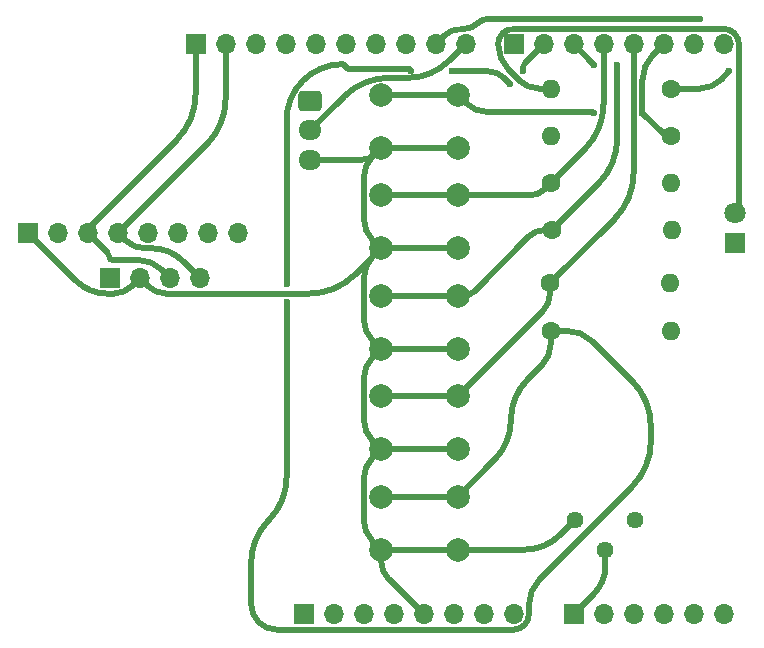
<source format=gbr>
%TF.GenerationSoftware,KiCad,Pcbnew,8.0.8*%
%TF.CreationDate,2025-02-04T07:00:28-07:00*%
%TF.ProjectId,Uno_Shield_ThermoPro,556e6f5f-5368-4696-956c-645f54686572,rev?*%
%TF.SameCoordinates,Original*%
%TF.FileFunction,Copper,L1,Top*%
%TF.FilePolarity,Positive*%
%FSLAX46Y46*%
G04 Gerber Fmt 4.6, Leading zero omitted, Abs format (unit mm)*
G04 Created by KiCad (PCBNEW 8.0.8) date 2025-02-04 07:00:28*
%MOMM*%
%LPD*%
G01*
G04 APERTURE LIST*
G04 Aperture macros list*
%AMRoundRect*
0 Rectangle with rounded corners*
0 $1 Rounding radius*
0 $2 $3 $4 $5 $6 $7 $8 $9 X,Y pos of 4 corners*
0 Add a 4 corners polygon primitive as box body*
4,1,4,$2,$3,$4,$5,$6,$7,$8,$9,$2,$3,0*
0 Add four circle primitives for the rounded corners*
1,1,$1+$1,$2,$3*
1,1,$1+$1,$4,$5*
1,1,$1+$1,$6,$7*
1,1,$1+$1,$8,$9*
0 Add four rect primitives between the rounded corners*
20,1,$1+$1,$2,$3,$4,$5,0*
20,1,$1+$1,$4,$5,$6,$7,0*
20,1,$1+$1,$6,$7,$8,$9,0*
20,1,$1+$1,$8,$9,$2,$3,0*%
G04 Aperture macros list end*
%TA.AperFunction,ComponentPad*%
%ADD10R,1.700000X1.700000*%
%TD*%
%TA.AperFunction,ComponentPad*%
%ADD11O,1.700000X1.700000*%
%TD*%
%TA.AperFunction,ComponentPad*%
%ADD12C,2.000000*%
%TD*%
%TA.AperFunction,ComponentPad*%
%ADD13R,1.800000X1.800000*%
%TD*%
%TA.AperFunction,ComponentPad*%
%ADD14C,1.800000*%
%TD*%
%TA.AperFunction,ComponentPad*%
%ADD15C,1.600000*%
%TD*%
%TA.AperFunction,ComponentPad*%
%ADD16O,1.600000X1.600000*%
%TD*%
%TA.AperFunction,ComponentPad*%
%ADD17RoundRect,0.250000X-0.725000X0.600000X-0.725000X-0.600000X0.725000X-0.600000X0.725000X0.600000X0*%
%TD*%
%TA.AperFunction,ComponentPad*%
%ADD18O,1.950000X1.700000*%
%TD*%
%TA.AperFunction,ComponentPad*%
%ADD19C,1.440000*%
%TD*%
%TA.AperFunction,ViaPad*%
%ADD20C,0.600000*%
%TD*%
%TA.AperFunction,Conductor*%
%ADD21C,0.508000*%
%TD*%
G04 APERTURE END LIST*
D10*
%TO.P,J1,1,Pin_1*%
%TO.N,unconnected-(J1-Pin_1-Pad1)*%
X127940000Y-97460000D03*
D11*
%TO.P,J1,2,Pin_2*%
%TO.N,/IOREF*%
X130480000Y-97460000D03*
%TO.P,J1,3,Pin_3*%
%TO.N,/~{RESET}*%
X133020000Y-97460000D03*
%TO.P,J1,4,Pin_4*%
%TO.N,+3V3*%
X135560000Y-97460000D03*
%TO.P,J1,5,Pin_5*%
%TO.N,+5V*%
X138100000Y-97460000D03*
%TO.P,J1,6,Pin_6*%
%TO.N,GND*%
X140640000Y-97460000D03*
%TO.P,J1,7,Pin_7*%
X143180000Y-97460000D03*
%TO.P,J1,8,Pin_8*%
%TO.N,VCC*%
X145720000Y-97460000D03*
%TD*%
D10*
%TO.P,J3,1,Pin_1*%
%TO.N,/temp_sensor*%
X150800000Y-97460000D03*
D11*
%TO.P,J3,2,Pin_2*%
%TO.N,/A1*%
X153340000Y-97460000D03*
%TO.P,J3,3,Pin_3*%
%TO.N,/A2*%
X155880000Y-97460000D03*
%TO.P,J3,4,Pin_4*%
%TO.N,/A3*%
X158420000Y-97460000D03*
%TO.P,J3,5,Pin_5*%
%TO.N,/SDA{slash}A4*%
X160960000Y-97460000D03*
%TO.P,J3,6,Pin_6*%
%TO.N,/SCL{slash}A5*%
X163500000Y-97460000D03*
%TD*%
D10*
%TO.P,J2,1,Pin_1*%
%TO.N,/I2C_SCL*%
X118796000Y-49200000D03*
D11*
%TO.P,J2,2,Pin_2*%
%TO.N,/I2C_SDA*%
X121336000Y-49200000D03*
%TO.P,J2,3,Pin_3*%
%TO.N,/AREF*%
X123876000Y-49200000D03*
%TO.P,J2,4,Pin_4*%
%TO.N,GND*%
X126416000Y-49200000D03*
%TO.P,J2,5,Pin_5*%
%TO.N,/13*%
X128956000Y-49200000D03*
%TO.P,J2,6,Pin_6*%
%TO.N,/12*%
X131496000Y-49200000D03*
%TO.P,J2,7,Pin_7*%
%TO.N,/\u002A11*%
X134036000Y-49200000D03*
%TO.P,J2,8,Pin_8*%
%TO.N,/\u002A10*%
X136576000Y-49200000D03*
%TO.P,J2,9,Pin_9*%
%TO.N,/led_light*%
X139116000Y-49200000D03*
%TO.P,J2,10,Pin_10*%
%TO.N,/8*%
X141656000Y-49200000D03*
%TD*%
D10*
%TO.P,J4,1,Pin_1*%
%TO.N,/7*%
X145720000Y-49200000D03*
D11*
%TO.P,J4,2,Pin_2*%
%TO.N,/button_light*%
X148260000Y-49200000D03*
%TO.P,J4,3,Pin_3*%
%TO.N,/button_cal*%
X150800000Y-49200000D03*
%TO.P,J4,4,Pin_4*%
%TO.N,/button_units*%
X153340000Y-49200000D03*
%TO.P,J4,5,Pin_5*%
%TO.N,/button_lock*%
X155880000Y-49200000D03*
%TO.P,J4,6,Pin_6*%
%TO.N,/button_onoff*%
X158420000Y-49200000D03*
%TO.P,J4,7,Pin_7*%
%TO.N,/TX{slash}1*%
X160960000Y-49200000D03*
%TO.P,J4,8,Pin_8*%
%TO.N,/RX{slash}0*%
X163500000Y-49200000D03*
%TD*%
D12*
%TO.P,SW4,1,A*%
%TO.N,/button_lock*%
X134500000Y-79000000D03*
X141000000Y-79000000D03*
%TO.P,SW4,2,B*%
%TO.N,+5V*%
X134500000Y-83500000D03*
X141000000Y-83500000D03*
%TD*%
D13*
%TO.P,D1,1,K*%
%TO.N,GND*%
X164500000Y-66000000D03*
D14*
%TO.P,D1,2,A*%
%TO.N,Net-(D1-A)*%
X164500000Y-63460000D03*
%TD*%
D12*
%TO.P,SW5,1,A*%
%TO.N,/button_light*%
X134500000Y-87500000D03*
X141000000Y-87500000D03*
%TO.P,SW5,2,B*%
%TO.N,+5V*%
X134500000Y-92000000D03*
X141000000Y-92000000D03*
%TD*%
%TO.P,SW2,1,A*%
%TO.N,/button_units*%
X134500000Y-62000000D03*
X141000000Y-62000000D03*
%TO.P,SW2,2,B*%
%TO.N,+5V*%
X134500000Y-66500000D03*
X141000000Y-66500000D03*
%TD*%
D15*
%TO.P,R4,1*%
%TO.N,/button_cal*%
X148960000Y-64960000D03*
D16*
%TO.P,R4,2*%
%TO.N,GND*%
X159120000Y-64960000D03*
%TD*%
D15*
%TO.P,R1,1*%
%TO.N,/led_light*%
X159040000Y-52960000D03*
D16*
%TO.P,R1,2*%
%TO.N,Net-(D1-A)*%
X148880000Y-52960000D03*
%TD*%
D12*
%TO.P,SW3,1,A*%
%TO.N,/button_cal*%
X134500000Y-70500000D03*
X141000000Y-70500000D03*
%TO.P,SW3,2,B*%
%TO.N,+5V*%
X134500000Y-75000000D03*
X141000000Y-75000000D03*
%TD*%
D10*
%TO.P,J6,1,Pin_1*%
%TO.N,GND*%
X111550000Y-69010000D03*
D11*
%TO.P,J6,2,Pin_2*%
%TO.N,+5V*%
X114090000Y-69010000D03*
%TO.P,J6,3,Pin_3*%
%TO.N,/I2C_SCL*%
X116630000Y-69010000D03*
%TO.P,J6,4,Pin_4*%
%TO.N,/I2C_SDA*%
X119170000Y-69010000D03*
%TD*%
D12*
%TO.P,SW1,1,A*%
%TO.N,/button_onoff*%
X134500000Y-53500000D03*
X141000000Y-53500000D03*
%TO.P,SW1,2,B*%
%TO.N,+5V*%
X134500000Y-58000000D03*
X141000000Y-58000000D03*
%TD*%
D17*
%TO.P,J7,1,Pin_1*%
%TO.N,GND*%
X128500000Y-54000000D03*
D18*
%TO.P,J7,2,Pin_2*%
%TO.N,/8*%
X128500000Y-56500000D03*
%TO.P,J7,3,Pin_3*%
%TO.N,+5V*%
X128500000Y-59000000D03*
%TD*%
D15*
%TO.P,R5,1*%
%TO.N,/button_lock*%
X148800000Y-69460000D03*
D16*
%TO.P,R5,2*%
%TO.N,GND*%
X158960000Y-69460000D03*
%TD*%
D15*
%TO.P,R2,1*%
%TO.N,/button_onoff*%
X159040000Y-56960000D03*
D16*
%TO.P,R2,2*%
%TO.N,GND*%
X148880000Y-56960000D03*
%TD*%
D19*
%TO.P,RV1,1,1*%
%TO.N,+5V*%
X150960000Y-89460000D03*
%TO.P,RV1,2,2*%
%TO.N,/temp_sensor*%
X153500000Y-92000000D03*
%TO.P,RV1,3,3*%
%TO.N,GND*%
X156040000Y-89460000D03*
%TD*%
D10*
%TO.P,J5,1,Pin_1*%
%TO.N,+5V*%
X104630000Y-65180000D03*
D11*
%TO.P,J5,2,Pin_2*%
%TO.N,GND*%
X107170000Y-65180000D03*
%TO.P,J5,3,Pin_3*%
%TO.N,/I2C_SCL*%
X109710000Y-65180000D03*
%TO.P,J5,4,Pin_4*%
%TO.N,/I2C_SDA*%
X112250000Y-65180000D03*
%TO.P,J5,5,Pin_5*%
%TO.N,unconnected-(J5-Pin_5-Pad5)*%
X114790000Y-65180000D03*
%TO.P,J5,6,Pin_6*%
%TO.N,unconnected-(J5-Pin_6-Pad6)*%
X117330000Y-65180000D03*
%TO.P,J5,7,Pin_7*%
%TO.N,unconnected-(J5-Pin_7-Pad7)*%
X119870000Y-65180000D03*
%TO.P,J5,8,Pin_8*%
%TO.N,unconnected-(J5-Pin_8-Pad8)*%
X122410000Y-65180000D03*
%TD*%
D15*
%TO.P,R6,1*%
%TO.N,/button_light*%
X148880000Y-73460000D03*
D16*
%TO.P,R6,2*%
%TO.N,GND*%
X159040000Y-73460000D03*
%TD*%
D15*
%TO.P,R3,1*%
%TO.N,/button_units*%
X148880000Y-60960000D03*
D16*
%TO.P,R3,2*%
%TO.N,GND*%
X159040000Y-60960000D03*
%TD*%
D20*
%TO.N,/button_light*%
X137000000Y-51500000D03*
%TO.N,/button_onoff*%
X152500000Y-55000000D03*
X156634000Y-55000000D03*
%TO.N,/button_light*%
X146500000Y-51500000D03*
X140500000Y-51500000D03*
X126500000Y-71068000D03*
X145422841Y-52577159D03*
X126500000Y-69500000D03*
%TO.N,/button_cal*%
X152500000Y-51000000D03*
X154500000Y-51000000D03*
%TO.N,/led_light*%
X164000000Y-51500000D03*
X161500000Y-47035000D03*
%TD*%
D21*
%TO.N,/button_light*%
X126500000Y-57100589D02*
X126500000Y-55636543D01*
X131241702Y-50894841D02*
X131678042Y-51331181D01*
X127888812Y-52283653D02*
G75*
G02*
X131241702Y-50894829I3352888J-3352847D01*
G01*
X131678042Y-51331181D02*
X136984256Y-51331181D01*
X136984256Y-51331181D02*
X136985153Y-51330284D01*
X126500000Y-55636543D02*
G75*
G02*
X127888791Y-52283632I4741700J43D01*
G01*
X126500000Y-69500000D02*
X126500000Y-57100589D01*
%TO.N,GND*%
X111550000Y-69010000D02*
X111000000Y-69010000D01*
%TO.N,+5V*%
X133842390Y-91342390D02*
X133773000Y-91273000D01*
X133773000Y-65773000D02*
X134500000Y-66500000D01*
X111275000Y-70314000D02*
X111863932Y-70314000D01*
X135430000Y-92000000D02*
X141000000Y-92000000D01*
X149690000Y-90730000D02*
X150960000Y-89460000D01*
X135528133Y-83500000D02*
X141000000Y-83500000D01*
X133046000Y-64017866D02*
X133046000Y-60482133D01*
X132792893Y-59000000D02*
X128500000Y-59000000D01*
X133773000Y-67227000D02*
X134500000Y-66500000D01*
X134500000Y-66500000D02*
X132279792Y-68720207D01*
X114742000Y-69662000D02*
X114090000Y-69010000D01*
X113438000Y-69662000D02*
X114090000Y-69010000D01*
X116316067Y-70314000D02*
X128432036Y-70314000D01*
X133046000Y-81017866D02*
X133046000Y-77482133D01*
X135528133Y-75000000D02*
X141000000Y-75000000D01*
X133046000Y-85982133D02*
X133046000Y-89517866D01*
X133773000Y-58727000D02*
X134000000Y-58500000D01*
X135157609Y-94517609D02*
X138100000Y-97460000D01*
X146623948Y-92000000D02*
X141000000Y-92000000D01*
X134500000Y-66500000D02*
X141000000Y-66500000D01*
X133046000Y-68982133D02*
X133046000Y-72517866D01*
X135207106Y-58000000D02*
X141000000Y-58000000D01*
X108695561Y-69245561D02*
X104630000Y-65180000D01*
X134500000Y-92930000D02*
G75*
G03*
X133842386Y-91342394I-2245200J0D01*
G01*
X133773000Y-84227000D02*
G75*
G03*
X133773000Y-82773000I-727000J727000D01*
G01*
X135207106Y-58000000D02*
G75*
G03*
X133999998Y-58499998I-6J-1707100D01*
G01*
X133842390Y-91342390D02*
G75*
G03*
X135430000Y-92000005I1587610J1587590D01*
G01*
X135528133Y-83500000D02*
G75*
G03*
X133772990Y-84226990I-33J-2482100D01*
G01*
X108695561Y-69245561D02*
G75*
G03*
X111275000Y-70313993I2579439J2579461D01*
G01*
X113438000Y-69662000D02*
G75*
G02*
X111863932Y-70314014I-1574100J1574100D01*
G01*
X134000000Y-58500000D02*
G75*
G02*
X135207106Y-58000003I1207100J-1207100D01*
G01*
X133773000Y-74273000D02*
G75*
G03*
X135528133Y-74999986I1755100J1755100D01*
G01*
X133773000Y-75727000D02*
G75*
G03*
X133773000Y-74273000I-727000J727000D01*
G01*
X135430000Y-92000000D02*
G75*
G03*
X134500000Y-92930000I0J-930000D01*
G01*
X133046000Y-81017866D02*
G75*
G03*
X133772990Y-82773010I2482100J-34D01*
G01*
X133046000Y-64017866D02*
G75*
G03*
X133772990Y-65773010I2482100J-34D01*
G01*
X149690000Y-90730000D02*
G75*
G02*
X146623948Y-92000020I-3066100J3066100D01*
G01*
X133773000Y-84227000D02*
G75*
G03*
X133046014Y-85982133I1755100J-1755100D01*
G01*
X134000000Y-58500000D02*
X134000000Y-58500000D01*
X114742000Y-69662000D02*
G75*
G03*
X116316067Y-70314014I1574100J1574100D01*
G01*
X134000000Y-58500000D02*
G75*
G02*
X132792893Y-58999997I-1207100J1207100D01*
G01*
X133773000Y-58727000D02*
G75*
G03*
X133046014Y-60482133I1755100J-1755100D01*
G01*
X135528133Y-75000000D02*
G75*
G03*
X133772990Y-75726990I-33J-2482100D01*
G01*
X133773000Y-67227000D02*
G75*
G03*
X133046014Y-68982133I1755100J-1755100D01*
G01*
X133046000Y-72517866D02*
G75*
G03*
X133772990Y-74273010I2482100J-34D01*
G01*
X133773000Y-82773000D02*
G75*
G03*
X135528133Y-83499986I1755100J1755100D01*
G01*
X132279792Y-68720207D02*
G75*
G02*
X128432036Y-70314010I-3847792J3847807D01*
G01*
X133046000Y-89517866D02*
G75*
G03*
X133772990Y-91273010I2482100J-34D01*
G01*
X133773000Y-75727000D02*
G75*
G03*
X133046014Y-77482133I1755100J-1755100D01*
G01*
X134500000Y-92930000D02*
G75*
G03*
X135157613Y-94517605I2245200J0D01*
G01*
%TO.N,/8*%
X136797574Y-52046000D02*
X135207963Y-52046000D01*
X131360207Y-53639792D02*
X128500000Y-56500000D01*
X140233000Y-50623000D02*
X141656000Y-49200000D01*
X140233000Y-50623000D02*
G75*
G02*
X136797574Y-52045989I-3435400J3435400D01*
G01*
X135207963Y-52046000D02*
G75*
G03*
X131360236Y-53639821I37J-5441500D01*
G01*
%TO.N,/I2C_SCL*%
X109847885Y-64652114D02*
X117202207Y-57297792D01*
X111765000Y-67500000D02*
X114052268Y-67500000D01*
X111312616Y-66782616D02*
X109847885Y-65317885D01*
X118796000Y-53450036D02*
X118796000Y-49200000D01*
X115875000Y-68255000D02*
X116630000Y-69010000D01*
X115875000Y-68255000D02*
G75*
G03*
X114052268Y-67500013I-1822700J-1822700D01*
G01*
X109710000Y-64985000D02*
G75*
G03*
X109847879Y-65317891I470800J0D01*
G01*
X111312616Y-66782616D02*
G75*
G02*
X111499990Y-67235000I-452416J-452384D01*
G01*
X111500000Y-67235000D02*
G75*
G03*
X111765000Y-67500000I265000J0D01*
G01*
X109847885Y-64652114D02*
G75*
G03*
X109710008Y-64985000I332915J-332886D01*
G01*
X118796000Y-53450036D02*
G75*
G02*
X117202200Y-57297785I-5441600J36D01*
G01*
%TO.N,/I2C_SDA*%
X115099000Y-66484000D02*
X114476067Y-66484000D01*
X112902000Y-65832000D02*
X112250000Y-65180000D01*
X117736479Y-67576479D02*
X119170000Y-69010000D01*
X119742207Y-57687792D02*
X112250000Y-65180000D01*
X121336000Y-53840036D02*
X121336000Y-49200000D01*
X117736479Y-67576479D02*
G75*
G03*
X115099000Y-66484012I-2637479J-2637521D01*
G01*
X121336000Y-53840036D02*
G75*
G02*
X119742200Y-57687785I-5441600J36D01*
G01*
X112902000Y-65832000D02*
G75*
G03*
X114476067Y-66484014I1574100J1574100D01*
G01*
%TO.N,/button_onoff*%
X141711000Y-54211000D02*
X141000000Y-53500000D01*
X156634000Y-55000000D02*
X156634000Y-52248892D01*
X157527000Y-50093000D02*
X158420000Y-49200000D01*
X158817000Y-56960000D02*
X159040000Y-56960000D01*
X156634000Y-55000000D02*
X158436315Y-56802315D01*
X141000000Y-53500000D02*
X134500000Y-53500000D01*
X143427505Y-54922000D02*
X152366845Y-54922000D01*
X152461000Y-54961000D02*
X152500000Y-55000000D01*
X157527000Y-50093000D02*
G75*
G03*
X156633997Y-52248892I2155900J-2155900D01*
G01*
X152461000Y-54961000D02*
G75*
G03*
X152366845Y-54921952I-94200J-94100D01*
G01*
X141711000Y-54211000D02*
G75*
G03*
X143427505Y-54921998I1716500J1716500D01*
G01*
X158436315Y-56802315D02*
G75*
G03*
X158817000Y-56959991I380685J380715D01*
G01*
%TO.N,/button_lock*%
X155880000Y-60126036D02*
X155880000Y-49200000D01*
X141000000Y-79000000D02*
X148184817Y-71815182D01*
X141000000Y-79000000D02*
X134500000Y-79000000D01*
X148800000Y-69460000D02*
X154286207Y-63973792D01*
X148800000Y-69460000D02*
X148800000Y-70330000D01*
X155880000Y-60126036D02*
G75*
G02*
X154286200Y-63973785I-5441600J36D01*
G01*
X148800000Y-70330000D02*
G75*
G02*
X148184825Y-71815190I-2100400J0D01*
G01*
%TO.N,/button_light*%
X123500000Y-96606217D02*
X123500000Y-93121320D01*
X147946067Y-94470067D02*
X155750207Y-86665927D01*
X144085786Y-84414213D02*
X141000000Y-87500000D01*
X125657782Y-98764000D02*
X145720000Y-98764000D01*
X126500000Y-71068000D02*
X126500000Y-85878679D01*
X146914213Y-77585786D02*
X148116324Y-76383675D01*
X146690918Y-50769081D02*
X148260000Y-49200000D01*
X146500000Y-51230000D02*
X146500000Y-51500000D01*
X141000000Y-87500000D02*
X134500000Y-87500000D01*
X148880000Y-74540000D02*
X148880000Y-73460000D01*
X145422841Y-52577159D02*
X144884261Y-52038579D01*
X157344000Y-82818171D02*
X157344000Y-81548829D01*
X150194567Y-73460000D02*
X148880000Y-73460000D01*
X155750207Y-77701073D02*
X152438673Y-74389539D01*
X143584015Y-51500000D02*
X140500000Y-51500000D01*
X147024000Y-97460000D02*
X147024000Y-96696135D01*
X146914213Y-77585786D02*
G75*
G03*
X145499991Y-81000000I3414187J-3414214D01*
G01*
X147946067Y-94470067D02*
G75*
G03*
X147024014Y-96696135I2226033J-2226033D01*
G01*
X144884261Y-52038579D02*
G75*
G03*
X143584015Y-51499982I-1300261J-1300221D01*
G01*
X125000000Y-89500000D02*
G75*
G03*
X123500008Y-93121320I3621300J-3621300D01*
G01*
X147024000Y-97460000D02*
G75*
G02*
X146642067Y-98382067I-1304000J0D01*
G01*
X145500000Y-81000000D02*
G75*
G02*
X144085781Y-84414208I-4828400J0D01*
G01*
X146642067Y-98382067D02*
G75*
G02*
X145720000Y-98764000I-922067J922067D01*
G01*
X157344000Y-82818171D02*
G75*
G02*
X155750232Y-86665952I-5441600J-29D01*
G01*
X148880000Y-74540000D02*
G75*
G02*
X148116335Y-76383686I-2607400J0D01*
G01*
X152438673Y-74389539D02*
G75*
G03*
X150194567Y-73460010I-2244073J-2244061D01*
G01*
X123500000Y-96606217D02*
G75*
G03*
X124132005Y-98131995I2157800J17D01*
G01*
X155750207Y-77701073D02*
G75*
G02*
X157343964Y-81548829I-3847807J-3847727D01*
G01*
X146690918Y-50769081D02*
G75*
G03*
X146499988Y-51230000I460882J-460919D01*
G01*
X126500000Y-85878679D02*
G75*
G02*
X125000006Y-89500006I-5121300J-21D01*
G01*
X124132000Y-98132000D02*
G75*
G03*
X125657782Y-98764007I1525800J1525800D01*
G01*
%TO.N,/button_units*%
X148360000Y-61480000D02*
X148880000Y-60960000D01*
X153340000Y-54246036D02*
X153340000Y-49200000D01*
X141000000Y-62000000D02*
X147104608Y-62000000D01*
X141000000Y-62000000D02*
X134500000Y-62000000D01*
X151746207Y-58093792D02*
X148880000Y-60960000D01*
X148360000Y-61480000D02*
G75*
G02*
X147104608Y-62000004I-1255400J1255400D01*
G01*
X153340000Y-54246036D02*
G75*
G02*
X151746200Y-58093785I-5441600J36D01*
G01*
%TO.N,/button_cal*%
X154500000Y-51000000D02*
X154500000Y-57166036D01*
X140500000Y-70500000D02*
X134500000Y-70500000D01*
X152464644Y-50864644D02*
X150800000Y-49200000D01*
X142353553Y-70146446D02*
X147037954Y-65462045D01*
X148250000Y-64960000D02*
X148960000Y-64960000D01*
X141500000Y-70500000D02*
X140500000Y-70500000D01*
X148960000Y-64960000D02*
X152906207Y-61013792D01*
X152500000Y-51000000D02*
X152500000Y-50950000D01*
X142353553Y-70146446D02*
G75*
G02*
X141500000Y-70500001I-853553J853546D01*
G01*
X152464644Y-50864644D02*
G75*
G02*
X152500003Y-50950000I-85344J-85356D01*
G01*
X148250000Y-64960000D02*
G75*
G03*
X147037953Y-65462044I0J-1714100D01*
G01*
X154500000Y-57166036D02*
G75*
G02*
X152906200Y-61013785I-5441600J36D01*
G01*
%TO.N,Net-(D1-A)*%
X164652000Y-63308000D02*
X164500000Y-63460000D01*
X146162064Y-52250064D02*
X145338067Y-51426067D01*
X147876000Y-52960000D02*
X148880000Y-52960000D01*
X163500000Y-47896000D02*
X145720000Y-47896000D01*
X164804000Y-62941039D02*
X164804000Y-49199999D01*
X164422067Y-48277932D02*
G75*
G02*
X164804000Y-49199999I-922067J-922068D01*
G01*
X144416000Y-49200000D02*
G75*
G03*
X145338074Y-51426060I3148100J0D01*
G01*
X164804000Y-62941039D02*
G75*
G02*
X164651988Y-63307988I-519000J39D01*
G01*
X146162064Y-52250064D02*
G75*
G03*
X147876000Y-52959991I1713936J1713964D01*
G01*
X145720000Y-47896000D02*
G75*
G03*
X144416000Y-49200000I0J-1304000D01*
G01*
X164422067Y-48277932D02*
G75*
G03*
X163500000Y-47896000I-922067J-922068D01*
G01*
%TO.N,/led_light*%
X161507624Y-52960000D02*
X159040000Y-52960000D01*
X164000000Y-51500000D02*
X163270000Y-52230000D01*
X161500000Y-47035000D02*
X143665953Y-47035000D01*
X139792041Y-48523958D02*
X139116000Y-49200000D01*
X141308067Y-47896000D02*
X141587316Y-47896000D01*
X143665953Y-47035000D02*
G75*
G03*
X142626662Y-47465527I47J-1469800D01*
G01*
X163270000Y-52230000D02*
G75*
G02*
X161507624Y-52960010I-1762400J1762400D01*
G01*
X141308067Y-47896000D02*
G75*
G03*
X139792055Y-48523972I33J-2144000D01*
G01*
X142626635Y-47465500D02*
G75*
G02*
X141587316Y-47896017I-1039335J1039300D01*
G01*
%TO.N,/temp_sensor*%
X153500000Y-93380000D02*
X153500000Y-92000000D01*
X152524192Y-95735807D02*
X150800000Y-97460000D01*
X153500000Y-93380000D02*
G75*
G02*
X152524189Y-95735804I-3331600J0D01*
G01*
%TD*%
M02*

</source>
